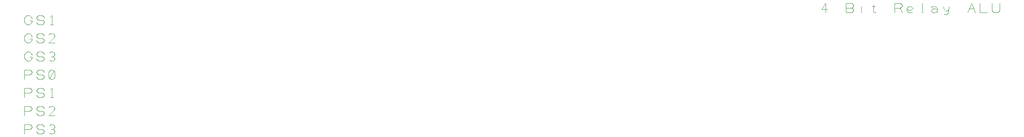
<source format=gbr>
G04 EasyPC Gerber Version 21.0.3 Build 4286 *
G04 #@! TF.Part,Single*
G04 #@! TF.FileFunction,Other,4-Bit Relay ALU - Top Documentation *
G04 #@! TF.FilePolarity,Positive *
%FSLAX35Y35*%
%MOIN*%
%ADD25C,0.00100*%
X0Y0D02*
D02*
D25*
X40250Y222125D02*
Y229625D01*
X44625*
X45875Y229000*
X46500Y227750*
X45875Y226500*
X44625Y225875*
X40250*
X50250Y224000D02*
X50875Y222750D01*
X52125Y222125*
X54625*
X55875Y222750*
X56500Y224000*
X55875Y225250*
X54625Y225875*
X52125*
X50875Y226500*
X50250Y227750*
X50875Y229000*
X52125Y229625*
X54625*
X55875Y229000*
X56500Y227750*
X60875Y222750D02*
X62125Y222125D01*
X63375*
X64625Y222750*
X65250Y224000*
X64625Y225250*
X63375Y225875*
X62125*
X63375D02*
X64625Y226500D01*
X65250Y227750*
X64625Y229000*
X63375Y229625*
X62125*
X60875Y229000*
X40250Y237125D02*
Y244625D01*
X44625*
X45875Y244000*
X46500Y242750*
X45875Y241500*
X44625Y240875*
X40250*
X50250Y239000D02*
X50875Y237750D01*
X52125Y237125*
X54625*
X55875Y237750*
X56500Y239000*
X55875Y240250*
X54625Y240875*
X52125*
X50875Y241500*
X50250Y242750*
X50875Y244000*
X52125Y244625*
X54625*
X55875Y244000*
X56500Y242750*
X65250Y237125D02*
X60250D01*
X64625Y241500*
X65250Y242750*
X64625Y244000*
X63375Y244625*
X61500*
X60250Y244000*
X40250Y252125D02*
Y259625D01*
X44625*
X45875Y259000*
X46500Y257750*
X45875Y256500*
X44625Y255875*
X40250*
X50250Y254000D02*
X50875Y252750D01*
X52125Y252125*
X54625*
X55875Y252750*
X56500Y254000*
X55875Y255250*
X54625Y255875*
X52125*
X50875Y256500*
X50250Y257750*
X50875Y259000*
X52125Y259625*
X54625*
X55875Y259000*
X56500Y257750*
X61500Y252125D02*
X64000D01*
X62750D02*
Y259625D01*
X61500Y258375*
X40250Y267125D02*
Y274625D01*
X44625*
X45875Y274000*
X46500Y272750*
X45875Y271500*
X44625Y270875*
X40250*
X50250Y269000D02*
X50875Y267750D01*
X52125Y267125*
X54625*
X55875Y267750*
X56500Y269000*
X55875Y270250*
X54625Y270875*
X52125*
X50875Y271500*
X50250Y272750*
X50875Y274000*
X52125Y274625*
X54625*
X55875Y274000*
X56500Y272750*
X60875Y267750D02*
X62125Y267125D01*
X63375*
X64625Y267750*
X65250Y269000*
Y272750*
X64625Y274000*
X63375Y274625*
X62125*
X60875Y274000*
X60250Y272750*
Y269000*
X60875Y267750*
X64625Y274000*
X44625Y285250D02*
X46500D01*
Y284625*
X45875Y283375*
X45250Y282750*
X44000Y282125*
X42750*
X41500Y282750*
X40875Y283375*
X40250Y284625*
Y287125*
X40875Y288375*
X41500Y289000*
X42750Y289625*
X44000*
X45250Y289000*
X45875Y288375*
X46500Y287125*
X50250Y284000D02*
X50875Y282750D01*
X52125Y282125*
X54625*
X55875Y282750*
X56500Y284000*
X55875Y285250*
X54625Y285875*
X52125*
X50875Y286500*
X50250Y287750*
X50875Y289000*
X52125Y289625*
X54625*
X55875Y289000*
X56500Y287750*
X60875Y282750D02*
X62125Y282125D01*
X63375*
X64625Y282750*
X65250Y284000*
X64625Y285250*
X63375Y285875*
X62125*
X63375D02*
X64625Y286500D01*
X65250Y287750*
X64625Y289000*
X63375Y289625*
X62125*
X60875Y289000*
X44625Y300250D02*
X46500D01*
Y299625*
X45875Y298375*
X45250Y297750*
X44000Y297125*
X42750*
X41500Y297750*
X40875Y298375*
X40250Y299625*
Y302125*
X40875Y303375*
X41500Y304000*
X42750Y304625*
X44000*
X45250Y304000*
X45875Y303375*
X46500Y302125*
X50250Y299000D02*
X50875Y297750D01*
X52125Y297125*
X54625*
X55875Y297750*
X56500Y299000*
X55875Y300250*
X54625Y300875*
X52125*
X50875Y301500*
X50250Y302750*
X50875Y304000*
X52125Y304625*
X54625*
X55875Y304000*
X56500Y302750*
X65250Y297125D02*
X60250D01*
X64625Y301500*
X65250Y302750*
X64625Y304000*
X63375Y304625*
X61500*
X60250Y304000*
X44625Y315250D02*
X46500D01*
Y314625*
X45875Y313375*
X45250Y312750*
X44000Y312125*
X42750*
X41500Y312750*
X40875Y313375*
X40250Y314625*
Y317125*
X40875Y318375*
X41500Y319000*
X42750Y319625*
X44000*
X45250Y319000*
X45875Y318375*
X46500Y317125*
X50250Y314000D02*
X50875Y312750D01*
X52125Y312125*
X54625*
X55875Y312750*
X56500Y314000*
X55875Y315250*
X54625Y315875*
X52125*
X50875Y316500*
X50250Y317750*
X50875Y319000*
X52125Y319625*
X54625*
X55875Y319000*
X56500Y317750*
X61500Y312125D02*
X64000D01*
X62750D02*
Y319625D01*
X61500Y318375*
X698375Y322125D02*
Y329625D01*
X695250Y324625*
X700250*
X719625Y325875D02*
X720875Y325250D01*
X721500Y324000*
X720875Y322750*
X719625Y322125*
X715250*
Y329625*
X719625*
X720875Y329000*
X721500Y327750*
X720875Y326500*
X719625Y325875*
X715250*
X727750Y322125D02*
Y327125D01*
Y329000D02*
X736500Y327125*
X739000D01*
X737750Y328375D02*
Y322750D01*
X738375Y322125*
X739000*
X739625Y322750*
X755250Y322125D02*
Y329625D01*
X759625*
X760875Y329000*
X761500Y327750*
X760875Y326500*
X759625Y325875*
X755250*
X759625D02*
X761500Y322125D01*
X770250Y322750D02*
X769625Y322125D01*
X768375*
X767125*
X765875Y322750*
X765250Y324000*
Y325875*
X765875Y326500*
X767125Y327125*
X768375*
X769625Y326500*
X770250Y325875*
Y325250*
X769625Y324625*
X768375Y324000*
X767125*
X765875Y324625*
X765250Y325250*
X778375Y322125D02*
X777750D01*
Y329625*
X785250Y326500D02*
X786500Y327125D01*
X788375*
X789625Y326500*
X790250Y325250*
Y323375*
X789625Y322750*
X788375Y322125*
X787125*
X785875Y322750*
X785250Y323375*
Y324000*
X785875Y324625*
X787125Y325250*
X788375*
X789625Y324625*
X790250Y324000*
Y323375D02*
Y322125D01*
X795250Y327125D02*
X795875Y324625D01*
X797125Y323375*
X798375*
X799625Y324625*
X800250Y327125*
X799625Y324625D02*
X799000Y322125D01*
X798375Y320875*
X797125Y320250*
X795875Y320875*
X815250Y322125D02*
X818375Y329625D01*
X821500Y322125*
X816500Y325250D02*
X820250D01*
X825250Y329625D02*
Y322125D01*
X831500*
X835250Y329625D02*
Y324000D01*
X835875Y322750*
X837125Y322125*
X839625*
X840875Y322750*
X841500Y324000*
Y329625*
X0Y0D02*
M02*

</source>
